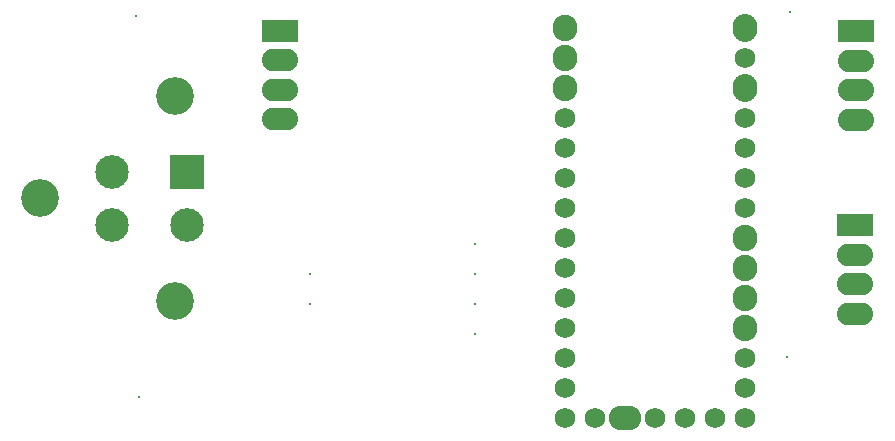
<source format=gbr>
%TF.GenerationSoftware,Altium Limited,Altium Designer,25.2.1 (25)*%
G04 Layer_Color=8388736*
%FSLAX45Y45*%
%MOMM*%
%TF.SameCoordinates,EB21593C-EBE9-4C46-B465-0E1A71836AD5*%
%TF.FilePolarity,Negative*%
%TF.FileFunction,Soldermask,Top*%
%TF.Part,Single*%
G01*
G75*
%TA.AperFunction,ComponentPad*%
%ADD16O,3.05100X1.90800*%
%ADD17R,3.05100X1.90800*%
%ADD28C,1.72720*%
%ADD29O,2.74320X2.08280*%
%ADD30O,2.08280X2.36220*%
%ADD31O,2.08280X2.23520*%
%TA.AperFunction,ViaPad*%
%ADD32C,0.20320*%
%TA.AperFunction,ComponentPad*%
%ADD33C,3.19320*%
%ADD34C,2.84320*%
%ADD35R,2.84320X2.84320*%
%ADD36C,0.20320*%
D16*
X10617200Y9545700D02*
D03*
Y9795700D02*
D03*
Y10045700D02*
D03*
X5753100Y11192700D02*
D03*
Y11442700D02*
D03*
Y11692700D02*
D03*
X10629900Y11188700D02*
D03*
Y11438700D02*
D03*
Y11688700D02*
D03*
D17*
X10617200Y10295700D02*
D03*
X5753100Y11942700D02*
D03*
X10629900Y11938700D02*
D03*
D28*
X9436100Y8661400D02*
D03*
X9182100D02*
D03*
X8928100D02*
D03*
X8420100D02*
D03*
X9690100Y11709400D02*
D03*
Y11201400D02*
D03*
Y10947400D02*
D03*
Y10693400D02*
D03*
Y10439400D02*
D03*
Y9169400D02*
D03*
Y8915400D02*
D03*
Y8661400D02*
D03*
X8166100Y11201400D02*
D03*
Y10947400D02*
D03*
Y10693400D02*
D03*
Y10439400D02*
D03*
Y10185400D02*
D03*
Y9931400D02*
D03*
Y9677400D02*
D03*
Y9423400D02*
D03*
Y9169400D02*
D03*
Y8915400D02*
D03*
Y8661400D02*
D03*
D29*
X8674100D02*
D03*
D30*
X9690100Y11963400D02*
D03*
Y11455400D02*
D03*
D31*
Y10185400D02*
D03*
Y9931400D02*
D03*
Y9677400D02*
D03*
Y9423400D02*
D03*
X8166100Y11963400D02*
D03*
Y11709400D02*
D03*
Y11455400D02*
D03*
D32*
X10071100Y12103100D02*
D03*
X10045700Y9182100D02*
D03*
X4533900Y12065000D02*
D03*
X4559300Y8839200D02*
D03*
D33*
X3720700Y10522200D02*
D03*
X4863700Y11387200D02*
D03*
Y9657200D02*
D03*
D34*
X4330700Y10744700D02*
D03*
Y10299700D02*
D03*
X4965700D02*
D03*
D35*
Y10744700D02*
D03*
D36*
X6007100Y9880600D02*
D03*
Y9626600D02*
D03*
X7404100Y9372600D02*
D03*
Y9626600D02*
D03*
Y9880600D02*
D03*
Y10134600D02*
D03*
%TF.MD5,dd7bcc203335c6c36d1ce5ad3f1b507b*%
M02*

</source>
